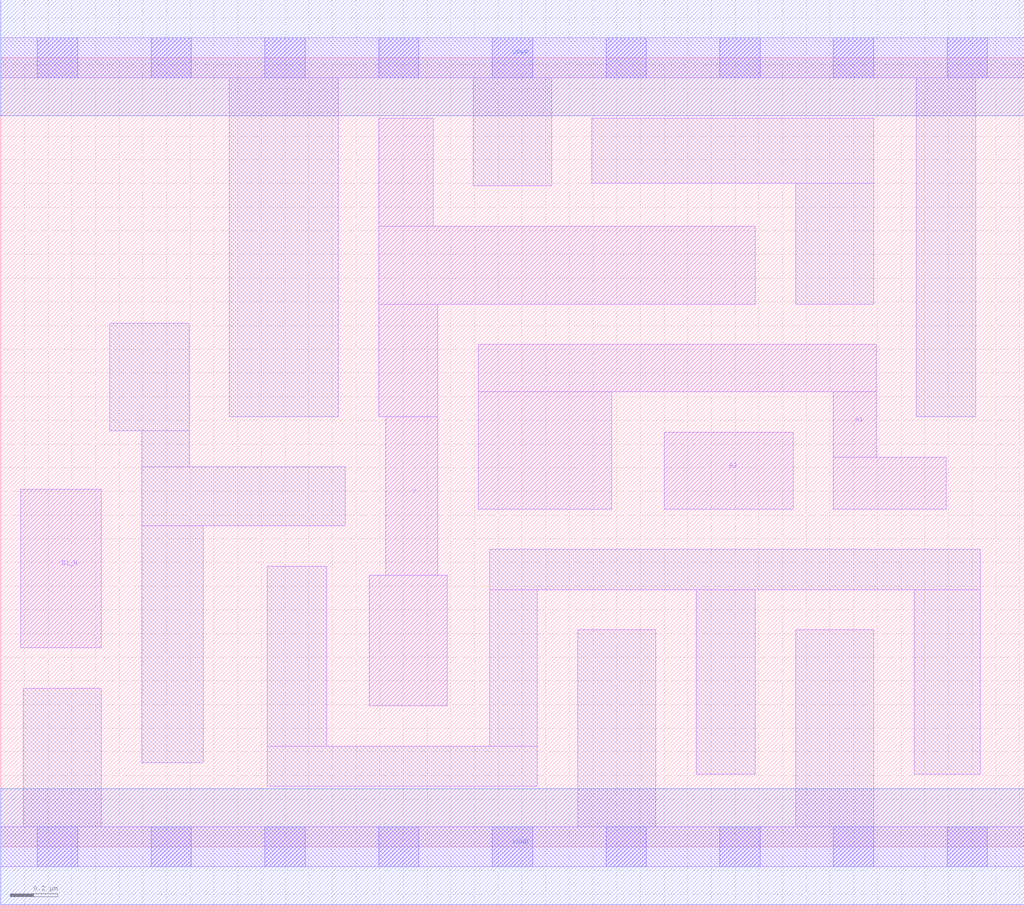
<source format=lef>
# Copyright 2020 The SkyWater PDK Authors
#
# Licensed under the Apache License, Version 2.0 (the "License");
# you may not use this file except in compliance with the License.
# You may obtain a copy of the License at
#
#     https://www.apache.org/licenses/LICENSE-2.0
#
# Unless required by applicable law or agreed to in writing, software
# distributed under the License is distributed on an "AS IS" BASIS,
# WITHOUT WARRANTIES OR CONDITIONS OF ANY KIND, either express or implied.
# See the License for the specific language governing permissions and
# limitations under the License.
#
# SPDX-License-Identifier: Apache-2.0

VERSION 5.7 ;
  NOWIREEXTENSIONATPIN ON ;
  DIVIDERCHAR "/" ;
  BUSBITCHARS "[]" ;
UNITS
  DATABASE MICRONS 200 ;
END UNITS
MACRO sky130_fd_sc_lp__o21bai_2
  CLASS CORE ;
  FOREIGN sky130_fd_sc_lp__o21bai_2 ;
  ORIGIN  0.000000  0.000000 ;
  SIZE  4.320000 BY  3.330000 ;
  SYMMETRY X Y R90 ;
  SITE unit ;
  PIN A1
    ANTENNAGATEAREA  0.630000 ;
    DIRECTION INPUT ;
    USE SIGNAL ;
    PORT
      LAYER li1 ;
        RECT 2.015000 1.425000 2.580000 1.920000 ;
        RECT 2.015000 1.920000 3.695000 2.120000 ;
        RECT 3.515000 1.425000 3.990000 1.645000 ;
        RECT 3.515000 1.645000 3.695000 1.920000 ;
    END
  END A1
  PIN A2
    ANTENNAGATEAREA  0.630000 ;
    DIRECTION INPUT ;
    USE SIGNAL ;
    PORT
      LAYER li1 ;
        RECT 2.800000 1.425000 3.345000 1.750000 ;
    END
  END A2
  PIN B1_N
    ANTENNAGATEAREA  0.126000 ;
    DIRECTION INPUT ;
    USE SIGNAL ;
    PORT
      LAYER li1 ;
        RECT 0.085000 0.840000 0.425000 1.510000 ;
    END
  END B1_N
  PIN Y
    ANTENNADIFFAREA  0.940800 ;
    DIRECTION OUTPUT ;
    USE SIGNAL ;
    PORT
      LAYER li1 ;
        RECT 1.555000 0.595000 1.885000 1.145000 ;
        RECT 1.595000 1.815000 1.845000 2.290000 ;
        RECT 1.595000 2.290000 3.185000 2.620000 ;
        RECT 1.595000 2.620000 1.825000 3.075000 ;
        RECT 1.625000 1.145000 1.845000 1.815000 ;
    END
  END Y
  PIN VGND
    DIRECTION INOUT ;
    USE GROUND ;
    PORT
      LAYER met1 ;
        RECT 0.000000 -0.245000 4.320000 0.245000 ;
    END
  END VGND
  PIN VPWR
    DIRECTION INOUT ;
    USE POWER ;
    PORT
      LAYER met1 ;
        RECT 0.000000 3.085000 4.320000 3.575000 ;
    END
  END VPWR
  OBS
    LAYER li1 ;
      RECT 0.000000 -0.085000 4.320000 0.085000 ;
      RECT 0.000000  3.245000 4.320000 3.415000 ;
      RECT 0.095000  0.085000 0.425000 0.670000 ;
      RECT 0.460000  1.755000 0.795000 2.210000 ;
      RECT 0.595000  0.355000 0.855000 1.355000 ;
      RECT 0.595000  1.355000 1.455000 1.605000 ;
      RECT 0.595000  1.605000 0.795000 1.755000 ;
      RECT 0.965000  1.815000 1.425000 3.245000 ;
      RECT 1.125000  0.255000 2.265000 0.425000 ;
      RECT 1.125000  0.425000 1.375000 1.185000 ;
      RECT 1.995000  2.790000 2.325000 3.245000 ;
      RECT 2.065000  0.425000 2.265000 1.085000 ;
      RECT 2.065000  1.085000 4.135000 1.255000 ;
      RECT 2.435000  0.085000 2.765000 0.915000 ;
      RECT 2.495000  2.800000 3.685000 3.075000 ;
      RECT 2.935000  0.305000 3.185000 1.085000 ;
      RECT 3.355000  0.085000 3.685000 0.915000 ;
      RECT 3.355000  2.290000 3.685000 2.800000 ;
      RECT 3.855000  0.305000 4.135000 1.085000 ;
      RECT 3.865000  1.815000 4.115000 3.245000 ;
    LAYER mcon ;
      RECT 0.155000 -0.085000 0.325000 0.085000 ;
      RECT 0.155000  3.245000 0.325000 3.415000 ;
      RECT 0.635000 -0.085000 0.805000 0.085000 ;
      RECT 0.635000  3.245000 0.805000 3.415000 ;
      RECT 1.115000 -0.085000 1.285000 0.085000 ;
      RECT 1.115000  3.245000 1.285000 3.415000 ;
      RECT 1.595000 -0.085000 1.765000 0.085000 ;
      RECT 1.595000  3.245000 1.765000 3.415000 ;
      RECT 2.075000 -0.085000 2.245000 0.085000 ;
      RECT 2.075000  3.245000 2.245000 3.415000 ;
      RECT 2.555000 -0.085000 2.725000 0.085000 ;
      RECT 2.555000  3.245000 2.725000 3.415000 ;
      RECT 3.035000 -0.085000 3.205000 0.085000 ;
      RECT 3.035000  3.245000 3.205000 3.415000 ;
      RECT 3.515000 -0.085000 3.685000 0.085000 ;
      RECT 3.515000  3.245000 3.685000 3.415000 ;
      RECT 3.995000 -0.085000 4.165000 0.085000 ;
      RECT 3.995000  3.245000 4.165000 3.415000 ;
  END
END sky130_fd_sc_lp__o21bai_2
END LIBRARY

</source>
